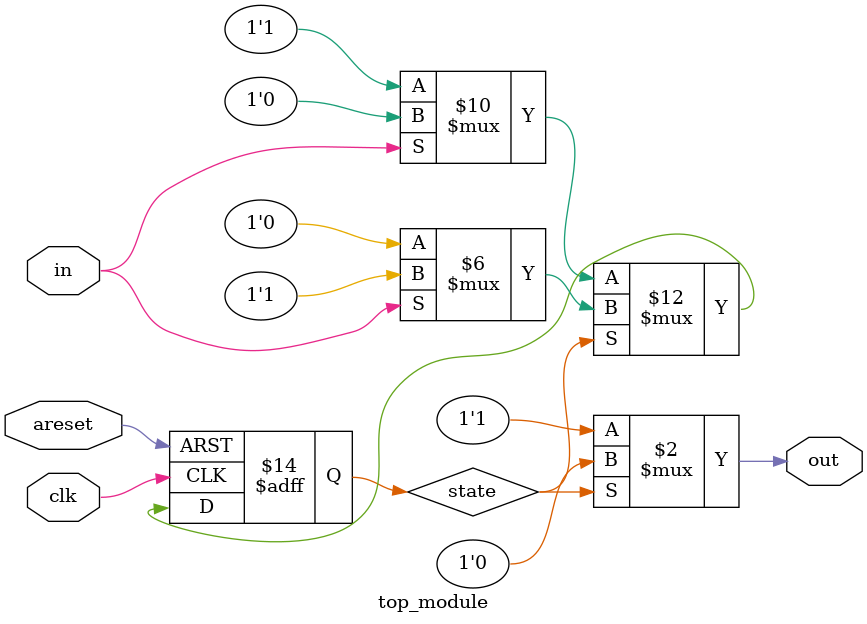
<source format=sv>
module top_module (
	input clk,
	input in,
	input areset,
	output out
);

	// state declaration
	reg state;
	
	// output assignment
	assign out = (state == 1'b0) ? 1'b1 : 1'b0;
	
	// state machine logic
	always @(posedge clk or posedge areset) begin
		if (areset) begin
			state <= 1'b0;
		end else begin
			if (state == 1'b0) begin
				if (in) begin
					state <= 1'b0;
				end else begin
					state <= 1'b1;
				end
			end else begin
				if (in) begin
					state <= 1'b1;
				end else begin
					state <= 1'b0;
				end
			end
		end
	end
endmodule

</source>
